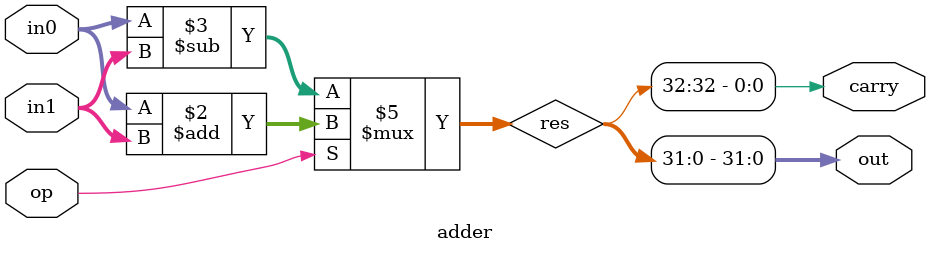
<source format=v>
`timescale 1ns/10ps

module adder #(
    parameter BITS_LENGTH = 32
) (
    input [BITS_LENGTH-1:0] in0,
    input [BITS_LENGTH-1:0] in1,
    input op,
    output carry,
    output [BITS_LENGTH-1:0] out
);

reg [BITS_LENGTH :0 ] res;

always @(*) begin
    if(op)
        res = in0 + in1;
    else 
        res = in0 - in1;
end

assign out = res[BITS_LENGTH-1:0];
assign carry = res[BITS_LENGTH];
    
endmodule
</source>
